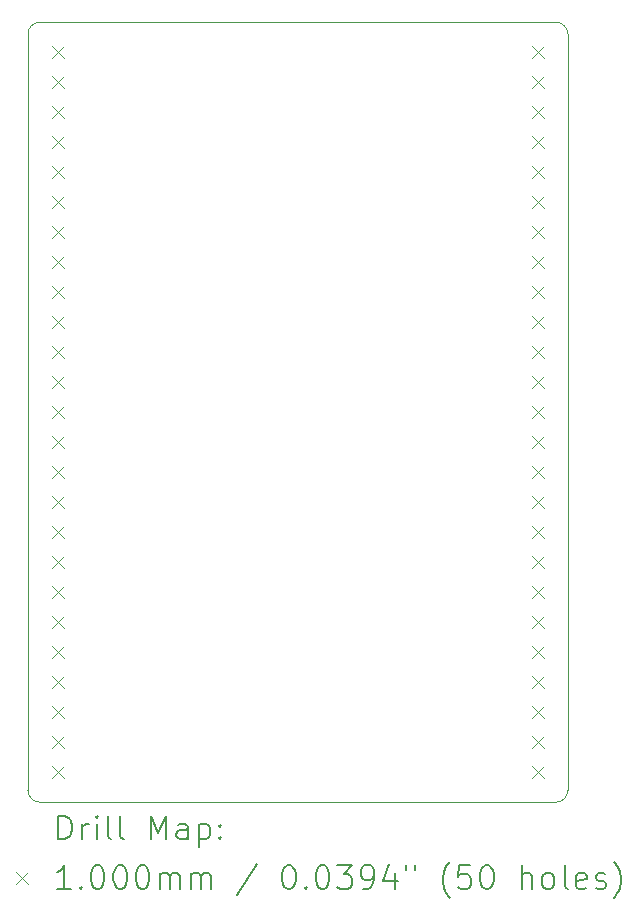
<source format=gbr>
%TF.GenerationSoftware,KiCad,Pcbnew,8.0.1*%
%TF.CreationDate,2024-04-14T04:03:28+09:00*%
%TF.ProjectId,BM83_Breakout,424d3833-5f42-4726-9561-6b6f75742e6b,rev?*%
%TF.SameCoordinates,Original*%
%TF.FileFunction,Drillmap*%
%TF.FilePolarity,Positive*%
%FSLAX45Y45*%
G04 Gerber Fmt 4.5, Leading zero omitted, Abs format (unit mm)*
G04 Created by KiCad (PCBNEW 8.0.1) date 2024-04-14 04:03:28*
%MOMM*%
%LPD*%
G01*
G04 APERTURE LIST*
%ADD10C,0.050000*%
%ADD11C,0.200000*%
%ADD12C,0.100000*%
G04 APERTURE END LIST*
D10*
X6858000Y-12598400D02*
X6858000Y-6197600D01*
X11328400Y-6096000D02*
G75*
G02*
X11430000Y-6197600I0J-101600D01*
G01*
X6959600Y-6096000D02*
X11328400Y-6096000D01*
X11430000Y-12598400D02*
G75*
G02*
X11328400Y-12700000I-101600J0D01*
G01*
X11328400Y-12700000D02*
X6959600Y-12700000D01*
X6959600Y-12700000D02*
G75*
G02*
X6858000Y-12598400I0J101600D01*
G01*
X11430000Y-6197600D02*
X11430000Y-12598400D01*
X6858000Y-6197600D02*
G75*
G02*
X6959600Y-6096000I101600J0D01*
G01*
D11*
D12*
X7062000Y-6300000D02*
X7162000Y-6400000D01*
X7162000Y-6300000D02*
X7062000Y-6400000D01*
X7062000Y-6554000D02*
X7162000Y-6654000D01*
X7162000Y-6554000D02*
X7062000Y-6654000D01*
X7062000Y-6808000D02*
X7162000Y-6908000D01*
X7162000Y-6808000D02*
X7062000Y-6908000D01*
X7062000Y-7062000D02*
X7162000Y-7162000D01*
X7162000Y-7062000D02*
X7062000Y-7162000D01*
X7062000Y-7316000D02*
X7162000Y-7416000D01*
X7162000Y-7316000D02*
X7062000Y-7416000D01*
X7062000Y-7570000D02*
X7162000Y-7670000D01*
X7162000Y-7570000D02*
X7062000Y-7670000D01*
X7062000Y-7824000D02*
X7162000Y-7924000D01*
X7162000Y-7824000D02*
X7062000Y-7924000D01*
X7062000Y-8078000D02*
X7162000Y-8178000D01*
X7162000Y-8078000D02*
X7062000Y-8178000D01*
X7062000Y-8332000D02*
X7162000Y-8432000D01*
X7162000Y-8332000D02*
X7062000Y-8432000D01*
X7062000Y-8586000D02*
X7162000Y-8686000D01*
X7162000Y-8586000D02*
X7062000Y-8686000D01*
X7062000Y-8840000D02*
X7162000Y-8940000D01*
X7162000Y-8840000D02*
X7062000Y-8940000D01*
X7062000Y-9094000D02*
X7162000Y-9194000D01*
X7162000Y-9094000D02*
X7062000Y-9194000D01*
X7062000Y-9348000D02*
X7162000Y-9448000D01*
X7162000Y-9348000D02*
X7062000Y-9448000D01*
X7062000Y-9602000D02*
X7162000Y-9702000D01*
X7162000Y-9602000D02*
X7062000Y-9702000D01*
X7062000Y-9856000D02*
X7162000Y-9956000D01*
X7162000Y-9856000D02*
X7062000Y-9956000D01*
X7062000Y-10110000D02*
X7162000Y-10210000D01*
X7162000Y-10110000D02*
X7062000Y-10210000D01*
X7062000Y-10364000D02*
X7162000Y-10464000D01*
X7162000Y-10364000D02*
X7062000Y-10464000D01*
X7062000Y-10618000D02*
X7162000Y-10718000D01*
X7162000Y-10618000D02*
X7062000Y-10718000D01*
X7062000Y-10872000D02*
X7162000Y-10972000D01*
X7162000Y-10872000D02*
X7062000Y-10972000D01*
X7062000Y-11126000D02*
X7162000Y-11226000D01*
X7162000Y-11126000D02*
X7062000Y-11226000D01*
X7062000Y-11380000D02*
X7162000Y-11480000D01*
X7162000Y-11380000D02*
X7062000Y-11480000D01*
X7062000Y-11634000D02*
X7162000Y-11734000D01*
X7162000Y-11634000D02*
X7062000Y-11734000D01*
X7062000Y-11888000D02*
X7162000Y-11988000D01*
X7162000Y-11888000D02*
X7062000Y-11988000D01*
X7062000Y-12142000D02*
X7162000Y-12242000D01*
X7162000Y-12142000D02*
X7062000Y-12242000D01*
X7062000Y-12396000D02*
X7162000Y-12496000D01*
X7162000Y-12396000D02*
X7062000Y-12496000D01*
X11126000Y-6300000D02*
X11226000Y-6400000D01*
X11226000Y-6300000D02*
X11126000Y-6400000D01*
X11126000Y-6554000D02*
X11226000Y-6654000D01*
X11226000Y-6554000D02*
X11126000Y-6654000D01*
X11126000Y-6808000D02*
X11226000Y-6908000D01*
X11226000Y-6808000D02*
X11126000Y-6908000D01*
X11126000Y-7062000D02*
X11226000Y-7162000D01*
X11226000Y-7062000D02*
X11126000Y-7162000D01*
X11126000Y-7316000D02*
X11226000Y-7416000D01*
X11226000Y-7316000D02*
X11126000Y-7416000D01*
X11126000Y-7570000D02*
X11226000Y-7670000D01*
X11226000Y-7570000D02*
X11126000Y-7670000D01*
X11126000Y-7824000D02*
X11226000Y-7924000D01*
X11226000Y-7824000D02*
X11126000Y-7924000D01*
X11126000Y-8078000D02*
X11226000Y-8178000D01*
X11226000Y-8078000D02*
X11126000Y-8178000D01*
X11126000Y-8332000D02*
X11226000Y-8432000D01*
X11226000Y-8332000D02*
X11126000Y-8432000D01*
X11126000Y-8586000D02*
X11226000Y-8686000D01*
X11226000Y-8586000D02*
X11126000Y-8686000D01*
X11126000Y-8840000D02*
X11226000Y-8940000D01*
X11226000Y-8840000D02*
X11126000Y-8940000D01*
X11126000Y-9094000D02*
X11226000Y-9194000D01*
X11226000Y-9094000D02*
X11126000Y-9194000D01*
X11126000Y-9348000D02*
X11226000Y-9448000D01*
X11226000Y-9348000D02*
X11126000Y-9448000D01*
X11126000Y-9602000D02*
X11226000Y-9702000D01*
X11226000Y-9602000D02*
X11126000Y-9702000D01*
X11126000Y-9856000D02*
X11226000Y-9956000D01*
X11226000Y-9856000D02*
X11126000Y-9956000D01*
X11126000Y-10110000D02*
X11226000Y-10210000D01*
X11226000Y-10110000D02*
X11126000Y-10210000D01*
X11126000Y-10364000D02*
X11226000Y-10464000D01*
X11226000Y-10364000D02*
X11126000Y-10464000D01*
X11126000Y-10618000D02*
X11226000Y-10718000D01*
X11226000Y-10618000D02*
X11126000Y-10718000D01*
X11126000Y-10872000D02*
X11226000Y-10972000D01*
X11226000Y-10872000D02*
X11126000Y-10972000D01*
X11126000Y-11126000D02*
X11226000Y-11226000D01*
X11226000Y-11126000D02*
X11126000Y-11226000D01*
X11126000Y-11380000D02*
X11226000Y-11480000D01*
X11226000Y-11380000D02*
X11126000Y-11480000D01*
X11126000Y-11634000D02*
X11226000Y-11734000D01*
X11226000Y-11634000D02*
X11126000Y-11734000D01*
X11126000Y-11888000D02*
X11226000Y-11988000D01*
X11226000Y-11888000D02*
X11126000Y-11988000D01*
X11126000Y-12142000D02*
X11226000Y-12242000D01*
X11226000Y-12142000D02*
X11126000Y-12242000D01*
X11126000Y-12396000D02*
X11226000Y-12496000D01*
X11226000Y-12396000D02*
X11126000Y-12496000D01*
D11*
X7116277Y-13013984D02*
X7116277Y-12813984D01*
X7116277Y-12813984D02*
X7163896Y-12813984D01*
X7163896Y-12813984D02*
X7192467Y-12823508D01*
X7192467Y-12823508D02*
X7211515Y-12842555D01*
X7211515Y-12842555D02*
X7221039Y-12861603D01*
X7221039Y-12861603D02*
X7230562Y-12899698D01*
X7230562Y-12899698D02*
X7230562Y-12928269D01*
X7230562Y-12928269D02*
X7221039Y-12966365D01*
X7221039Y-12966365D02*
X7211515Y-12985412D01*
X7211515Y-12985412D02*
X7192467Y-13004460D01*
X7192467Y-13004460D02*
X7163896Y-13013984D01*
X7163896Y-13013984D02*
X7116277Y-13013984D01*
X7316277Y-13013984D02*
X7316277Y-12880650D01*
X7316277Y-12918746D02*
X7325801Y-12899698D01*
X7325801Y-12899698D02*
X7335324Y-12890174D01*
X7335324Y-12890174D02*
X7354372Y-12880650D01*
X7354372Y-12880650D02*
X7373420Y-12880650D01*
X7440086Y-13013984D02*
X7440086Y-12880650D01*
X7440086Y-12813984D02*
X7430562Y-12823508D01*
X7430562Y-12823508D02*
X7440086Y-12833031D01*
X7440086Y-12833031D02*
X7449610Y-12823508D01*
X7449610Y-12823508D02*
X7440086Y-12813984D01*
X7440086Y-12813984D02*
X7440086Y-12833031D01*
X7563896Y-13013984D02*
X7544848Y-13004460D01*
X7544848Y-13004460D02*
X7535324Y-12985412D01*
X7535324Y-12985412D02*
X7535324Y-12813984D01*
X7668658Y-13013984D02*
X7649610Y-13004460D01*
X7649610Y-13004460D02*
X7640086Y-12985412D01*
X7640086Y-12985412D02*
X7640086Y-12813984D01*
X7897229Y-13013984D02*
X7897229Y-12813984D01*
X7897229Y-12813984D02*
X7963896Y-12956841D01*
X7963896Y-12956841D02*
X8030562Y-12813984D01*
X8030562Y-12813984D02*
X8030562Y-13013984D01*
X8211515Y-13013984D02*
X8211515Y-12909222D01*
X8211515Y-12909222D02*
X8201991Y-12890174D01*
X8201991Y-12890174D02*
X8182943Y-12880650D01*
X8182943Y-12880650D02*
X8144848Y-12880650D01*
X8144848Y-12880650D02*
X8125801Y-12890174D01*
X8211515Y-13004460D02*
X8192467Y-13013984D01*
X8192467Y-13013984D02*
X8144848Y-13013984D01*
X8144848Y-13013984D02*
X8125801Y-13004460D01*
X8125801Y-13004460D02*
X8116277Y-12985412D01*
X8116277Y-12985412D02*
X8116277Y-12966365D01*
X8116277Y-12966365D02*
X8125801Y-12947317D01*
X8125801Y-12947317D02*
X8144848Y-12937793D01*
X8144848Y-12937793D02*
X8192467Y-12937793D01*
X8192467Y-12937793D02*
X8211515Y-12928269D01*
X8306753Y-12880650D02*
X8306753Y-13080650D01*
X8306753Y-12890174D02*
X8325801Y-12880650D01*
X8325801Y-12880650D02*
X8363896Y-12880650D01*
X8363896Y-12880650D02*
X8382943Y-12890174D01*
X8382943Y-12890174D02*
X8392467Y-12899698D01*
X8392467Y-12899698D02*
X8401991Y-12918746D01*
X8401991Y-12918746D02*
X8401991Y-12975888D01*
X8401991Y-12975888D02*
X8392467Y-12994936D01*
X8392467Y-12994936D02*
X8382943Y-13004460D01*
X8382943Y-13004460D02*
X8363896Y-13013984D01*
X8363896Y-13013984D02*
X8325801Y-13013984D01*
X8325801Y-13013984D02*
X8306753Y-13004460D01*
X8487705Y-12994936D02*
X8497229Y-13004460D01*
X8497229Y-13004460D02*
X8487705Y-13013984D01*
X8487705Y-13013984D02*
X8478182Y-13004460D01*
X8478182Y-13004460D02*
X8487705Y-12994936D01*
X8487705Y-12994936D02*
X8487705Y-13013984D01*
X8487705Y-12890174D02*
X8497229Y-12899698D01*
X8497229Y-12899698D02*
X8487705Y-12909222D01*
X8487705Y-12909222D02*
X8478182Y-12899698D01*
X8478182Y-12899698D02*
X8487705Y-12890174D01*
X8487705Y-12890174D02*
X8487705Y-12909222D01*
D12*
X6755500Y-13292500D02*
X6855500Y-13392500D01*
X6855500Y-13292500D02*
X6755500Y-13392500D01*
D11*
X7221039Y-13433984D02*
X7106753Y-13433984D01*
X7163896Y-13433984D02*
X7163896Y-13233984D01*
X7163896Y-13233984D02*
X7144848Y-13262555D01*
X7144848Y-13262555D02*
X7125801Y-13281603D01*
X7125801Y-13281603D02*
X7106753Y-13291127D01*
X7306753Y-13414936D02*
X7316277Y-13424460D01*
X7316277Y-13424460D02*
X7306753Y-13433984D01*
X7306753Y-13433984D02*
X7297229Y-13424460D01*
X7297229Y-13424460D02*
X7306753Y-13414936D01*
X7306753Y-13414936D02*
X7306753Y-13433984D01*
X7440086Y-13233984D02*
X7459134Y-13233984D01*
X7459134Y-13233984D02*
X7478182Y-13243508D01*
X7478182Y-13243508D02*
X7487705Y-13253031D01*
X7487705Y-13253031D02*
X7497229Y-13272079D01*
X7497229Y-13272079D02*
X7506753Y-13310174D01*
X7506753Y-13310174D02*
X7506753Y-13357793D01*
X7506753Y-13357793D02*
X7497229Y-13395888D01*
X7497229Y-13395888D02*
X7487705Y-13414936D01*
X7487705Y-13414936D02*
X7478182Y-13424460D01*
X7478182Y-13424460D02*
X7459134Y-13433984D01*
X7459134Y-13433984D02*
X7440086Y-13433984D01*
X7440086Y-13433984D02*
X7421039Y-13424460D01*
X7421039Y-13424460D02*
X7411515Y-13414936D01*
X7411515Y-13414936D02*
X7401991Y-13395888D01*
X7401991Y-13395888D02*
X7392467Y-13357793D01*
X7392467Y-13357793D02*
X7392467Y-13310174D01*
X7392467Y-13310174D02*
X7401991Y-13272079D01*
X7401991Y-13272079D02*
X7411515Y-13253031D01*
X7411515Y-13253031D02*
X7421039Y-13243508D01*
X7421039Y-13243508D02*
X7440086Y-13233984D01*
X7630562Y-13233984D02*
X7649610Y-13233984D01*
X7649610Y-13233984D02*
X7668658Y-13243508D01*
X7668658Y-13243508D02*
X7678182Y-13253031D01*
X7678182Y-13253031D02*
X7687705Y-13272079D01*
X7687705Y-13272079D02*
X7697229Y-13310174D01*
X7697229Y-13310174D02*
X7697229Y-13357793D01*
X7697229Y-13357793D02*
X7687705Y-13395888D01*
X7687705Y-13395888D02*
X7678182Y-13414936D01*
X7678182Y-13414936D02*
X7668658Y-13424460D01*
X7668658Y-13424460D02*
X7649610Y-13433984D01*
X7649610Y-13433984D02*
X7630562Y-13433984D01*
X7630562Y-13433984D02*
X7611515Y-13424460D01*
X7611515Y-13424460D02*
X7601991Y-13414936D01*
X7601991Y-13414936D02*
X7592467Y-13395888D01*
X7592467Y-13395888D02*
X7582943Y-13357793D01*
X7582943Y-13357793D02*
X7582943Y-13310174D01*
X7582943Y-13310174D02*
X7592467Y-13272079D01*
X7592467Y-13272079D02*
X7601991Y-13253031D01*
X7601991Y-13253031D02*
X7611515Y-13243508D01*
X7611515Y-13243508D02*
X7630562Y-13233984D01*
X7821039Y-13233984D02*
X7840086Y-13233984D01*
X7840086Y-13233984D02*
X7859134Y-13243508D01*
X7859134Y-13243508D02*
X7868658Y-13253031D01*
X7868658Y-13253031D02*
X7878182Y-13272079D01*
X7878182Y-13272079D02*
X7887705Y-13310174D01*
X7887705Y-13310174D02*
X7887705Y-13357793D01*
X7887705Y-13357793D02*
X7878182Y-13395888D01*
X7878182Y-13395888D02*
X7868658Y-13414936D01*
X7868658Y-13414936D02*
X7859134Y-13424460D01*
X7859134Y-13424460D02*
X7840086Y-13433984D01*
X7840086Y-13433984D02*
X7821039Y-13433984D01*
X7821039Y-13433984D02*
X7801991Y-13424460D01*
X7801991Y-13424460D02*
X7792467Y-13414936D01*
X7792467Y-13414936D02*
X7782943Y-13395888D01*
X7782943Y-13395888D02*
X7773420Y-13357793D01*
X7773420Y-13357793D02*
X7773420Y-13310174D01*
X7773420Y-13310174D02*
X7782943Y-13272079D01*
X7782943Y-13272079D02*
X7792467Y-13253031D01*
X7792467Y-13253031D02*
X7801991Y-13243508D01*
X7801991Y-13243508D02*
X7821039Y-13233984D01*
X7973420Y-13433984D02*
X7973420Y-13300650D01*
X7973420Y-13319698D02*
X7982943Y-13310174D01*
X7982943Y-13310174D02*
X8001991Y-13300650D01*
X8001991Y-13300650D02*
X8030563Y-13300650D01*
X8030563Y-13300650D02*
X8049610Y-13310174D01*
X8049610Y-13310174D02*
X8059134Y-13329222D01*
X8059134Y-13329222D02*
X8059134Y-13433984D01*
X8059134Y-13329222D02*
X8068658Y-13310174D01*
X8068658Y-13310174D02*
X8087705Y-13300650D01*
X8087705Y-13300650D02*
X8116277Y-13300650D01*
X8116277Y-13300650D02*
X8135324Y-13310174D01*
X8135324Y-13310174D02*
X8144848Y-13329222D01*
X8144848Y-13329222D02*
X8144848Y-13433984D01*
X8240086Y-13433984D02*
X8240086Y-13300650D01*
X8240086Y-13319698D02*
X8249610Y-13310174D01*
X8249610Y-13310174D02*
X8268658Y-13300650D01*
X8268658Y-13300650D02*
X8297229Y-13300650D01*
X8297229Y-13300650D02*
X8316277Y-13310174D01*
X8316277Y-13310174D02*
X8325801Y-13329222D01*
X8325801Y-13329222D02*
X8325801Y-13433984D01*
X8325801Y-13329222D02*
X8335324Y-13310174D01*
X8335324Y-13310174D02*
X8354372Y-13300650D01*
X8354372Y-13300650D02*
X8382943Y-13300650D01*
X8382943Y-13300650D02*
X8401991Y-13310174D01*
X8401991Y-13310174D02*
X8411515Y-13329222D01*
X8411515Y-13329222D02*
X8411515Y-13433984D01*
X8801991Y-13224460D02*
X8630563Y-13481603D01*
X9059134Y-13233984D02*
X9078182Y-13233984D01*
X9078182Y-13233984D02*
X9097229Y-13243508D01*
X9097229Y-13243508D02*
X9106753Y-13253031D01*
X9106753Y-13253031D02*
X9116277Y-13272079D01*
X9116277Y-13272079D02*
X9125801Y-13310174D01*
X9125801Y-13310174D02*
X9125801Y-13357793D01*
X9125801Y-13357793D02*
X9116277Y-13395888D01*
X9116277Y-13395888D02*
X9106753Y-13414936D01*
X9106753Y-13414936D02*
X9097229Y-13424460D01*
X9097229Y-13424460D02*
X9078182Y-13433984D01*
X9078182Y-13433984D02*
X9059134Y-13433984D01*
X9059134Y-13433984D02*
X9040087Y-13424460D01*
X9040087Y-13424460D02*
X9030563Y-13414936D01*
X9030563Y-13414936D02*
X9021039Y-13395888D01*
X9021039Y-13395888D02*
X9011515Y-13357793D01*
X9011515Y-13357793D02*
X9011515Y-13310174D01*
X9011515Y-13310174D02*
X9021039Y-13272079D01*
X9021039Y-13272079D02*
X9030563Y-13253031D01*
X9030563Y-13253031D02*
X9040087Y-13243508D01*
X9040087Y-13243508D02*
X9059134Y-13233984D01*
X9211515Y-13414936D02*
X9221039Y-13424460D01*
X9221039Y-13424460D02*
X9211515Y-13433984D01*
X9211515Y-13433984D02*
X9201991Y-13424460D01*
X9201991Y-13424460D02*
X9211515Y-13414936D01*
X9211515Y-13414936D02*
X9211515Y-13433984D01*
X9344848Y-13233984D02*
X9363896Y-13233984D01*
X9363896Y-13233984D02*
X9382944Y-13243508D01*
X9382944Y-13243508D02*
X9392468Y-13253031D01*
X9392468Y-13253031D02*
X9401991Y-13272079D01*
X9401991Y-13272079D02*
X9411515Y-13310174D01*
X9411515Y-13310174D02*
X9411515Y-13357793D01*
X9411515Y-13357793D02*
X9401991Y-13395888D01*
X9401991Y-13395888D02*
X9392468Y-13414936D01*
X9392468Y-13414936D02*
X9382944Y-13424460D01*
X9382944Y-13424460D02*
X9363896Y-13433984D01*
X9363896Y-13433984D02*
X9344848Y-13433984D01*
X9344848Y-13433984D02*
X9325801Y-13424460D01*
X9325801Y-13424460D02*
X9316277Y-13414936D01*
X9316277Y-13414936D02*
X9306753Y-13395888D01*
X9306753Y-13395888D02*
X9297229Y-13357793D01*
X9297229Y-13357793D02*
X9297229Y-13310174D01*
X9297229Y-13310174D02*
X9306753Y-13272079D01*
X9306753Y-13272079D02*
X9316277Y-13253031D01*
X9316277Y-13253031D02*
X9325801Y-13243508D01*
X9325801Y-13243508D02*
X9344848Y-13233984D01*
X9478182Y-13233984D02*
X9601991Y-13233984D01*
X9601991Y-13233984D02*
X9535325Y-13310174D01*
X9535325Y-13310174D02*
X9563896Y-13310174D01*
X9563896Y-13310174D02*
X9582944Y-13319698D01*
X9582944Y-13319698D02*
X9592468Y-13329222D01*
X9592468Y-13329222D02*
X9601991Y-13348269D01*
X9601991Y-13348269D02*
X9601991Y-13395888D01*
X9601991Y-13395888D02*
X9592468Y-13414936D01*
X9592468Y-13414936D02*
X9582944Y-13424460D01*
X9582944Y-13424460D02*
X9563896Y-13433984D01*
X9563896Y-13433984D02*
X9506753Y-13433984D01*
X9506753Y-13433984D02*
X9487706Y-13424460D01*
X9487706Y-13424460D02*
X9478182Y-13414936D01*
X9697229Y-13433984D02*
X9735325Y-13433984D01*
X9735325Y-13433984D02*
X9754372Y-13424460D01*
X9754372Y-13424460D02*
X9763896Y-13414936D01*
X9763896Y-13414936D02*
X9782944Y-13386365D01*
X9782944Y-13386365D02*
X9792468Y-13348269D01*
X9792468Y-13348269D02*
X9792468Y-13272079D01*
X9792468Y-13272079D02*
X9782944Y-13253031D01*
X9782944Y-13253031D02*
X9773420Y-13243508D01*
X9773420Y-13243508D02*
X9754372Y-13233984D01*
X9754372Y-13233984D02*
X9716277Y-13233984D01*
X9716277Y-13233984D02*
X9697229Y-13243508D01*
X9697229Y-13243508D02*
X9687706Y-13253031D01*
X9687706Y-13253031D02*
X9678182Y-13272079D01*
X9678182Y-13272079D02*
X9678182Y-13319698D01*
X9678182Y-13319698D02*
X9687706Y-13338746D01*
X9687706Y-13338746D02*
X9697229Y-13348269D01*
X9697229Y-13348269D02*
X9716277Y-13357793D01*
X9716277Y-13357793D02*
X9754372Y-13357793D01*
X9754372Y-13357793D02*
X9773420Y-13348269D01*
X9773420Y-13348269D02*
X9782944Y-13338746D01*
X9782944Y-13338746D02*
X9792468Y-13319698D01*
X9963896Y-13300650D02*
X9963896Y-13433984D01*
X9916277Y-13224460D02*
X9868658Y-13367317D01*
X9868658Y-13367317D02*
X9992468Y-13367317D01*
X10059134Y-13233984D02*
X10059134Y-13272079D01*
X10135325Y-13233984D02*
X10135325Y-13272079D01*
X10430563Y-13510174D02*
X10421039Y-13500650D01*
X10421039Y-13500650D02*
X10401991Y-13472079D01*
X10401991Y-13472079D02*
X10392468Y-13453031D01*
X10392468Y-13453031D02*
X10382944Y-13424460D01*
X10382944Y-13424460D02*
X10373420Y-13376841D01*
X10373420Y-13376841D02*
X10373420Y-13338746D01*
X10373420Y-13338746D02*
X10382944Y-13291127D01*
X10382944Y-13291127D02*
X10392468Y-13262555D01*
X10392468Y-13262555D02*
X10401991Y-13243508D01*
X10401991Y-13243508D02*
X10421039Y-13214936D01*
X10421039Y-13214936D02*
X10430563Y-13205412D01*
X10601991Y-13233984D02*
X10506753Y-13233984D01*
X10506753Y-13233984D02*
X10497230Y-13329222D01*
X10497230Y-13329222D02*
X10506753Y-13319698D01*
X10506753Y-13319698D02*
X10525801Y-13310174D01*
X10525801Y-13310174D02*
X10573420Y-13310174D01*
X10573420Y-13310174D02*
X10592468Y-13319698D01*
X10592468Y-13319698D02*
X10601991Y-13329222D01*
X10601991Y-13329222D02*
X10611515Y-13348269D01*
X10611515Y-13348269D02*
X10611515Y-13395888D01*
X10611515Y-13395888D02*
X10601991Y-13414936D01*
X10601991Y-13414936D02*
X10592468Y-13424460D01*
X10592468Y-13424460D02*
X10573420Y-13433984D01*
X10573420Y-13433984D02*
X10525801Y-13433984D01*
X10525801Y-13433984D02*
X10506753Y-13424460D01*
X10506753Y-13424460D02*
X10497230Y-13414936D01*
X10735325Y-13233984D02*
X10754372Y-13233984D01*
X10754372Y-13233984D02*
X10773420Y-13243508D01*
X10773420Y-13243508D02*
X10782944Y-13253031D01*
X10782944Y-13253031D02*
X10792468Y-13272079D01*
X10792468Y-13272079D02*
X10801991Y-13310174D01*
X10801991Y-13310174D02*
X10801991Y-13357793D01*
X10801991Y-13357793D02*
X10792468Y-13395888D01*
X10792468Y-13395888D02*
X10782944Y-13414936D01*
X10782944Y-13414936D02*
X10773420Y-13424460D01*
X10773420Y-13424460D02*
X10754372Y-13433984D01*
X10754372Y-13433984D02*
X10735325Y-13433984D01*
X10735325Y-13433984D02*
X10716277Y-13424460D01*
X10716277Y-13424460D02*
X10706753Y-13414936D01*
X10706753Y-13414936D02*
X10697230Y-13395888D01*
X10697230Y-13395888D02*
X10687706Y-13357793D01*
X10687706Y-13357793D02*
X10687706Y-13310174D01*
X10687706Y-13310174D02*
X10697230Y-13272079D01*
X10697230Y-13272079D02*
X10706753Y-13253031D01*
X10706753Y-13253031D02*
X10716277Y-13243508D01*
X10716277Y-13243508D02*
X10735325Y-13233984D01*
X11040087Y-13433984D02*
X11040087Y-13233984D01*
X11125801Y-13433984D02*
X11125801Y-13329222D01*
X11125801Y-13329222D02*
X11116277Y-13310174D01*
X11116277Y-13310174D02*
X11097230Y-13300650D01*
X11097230Y-13300650D02*
X11068658Y-13300650D01*
X11068658Y-13300650D02*
X11049611Y-13310174D01*
X11049611Y-13310174D02*
X11040087Y-13319698D01*
X11249610Y-13433984D02*
X11230563Y-13424460D01*
X11230563Y-13424460D02*
X11221039Y-13414936D01*
X11221039Y-13414936D02*
X11211515Y-13395888D01*
X11211515Y-13395888D02*
X11211515Y-13338746D01*
X11211515Y-13338746D02*
X11221039Y-13319698D01*
X11221039Y-13319698D02*
X11230563Y-13310174D01*
X11230563Y-13310174D02*
X11249610Y-13300650D01*
X11249610Y-13300650D02*
X11278182Y-13300650D01*
X11278182Y-13300650D02*
X11297230Y-13310174D01*
X11297230Y-13310174D02*
X11306753Y-13319698D01*
X11306753Y-13319698D02*
X11316277Y-13338746D01*
X11316277Y-13338746D02*
X11316277Y-13395888D01*
X11316277Y-13395888D02*
X11306753Y-13414936D01*
X11306753Y-13414936D02*
X11297230Y-13424460D01*
X11297230Y-13424460D02*
X11278182Y-13433984D01*
X11278182Y-13433984D02*
X11249610Y-13433984D01*
X11430563Y-13433984D02*
X11411515Y-13424460D01*
X11411515Y-13424460D02*
X11401991Y-13405412D01*
X11401991Y-13405412D02*
X11401991Y-13233984D01*
X11582944Y-13424460D02*
X11563896Y-13433984D01*
X11563896Y-13433984D02*
X11525801Y-13433984D01*
X11525801Y-13433984D02*
X11506753Y-13424460D01*
X11506753Y-13424460D02*
X11497230Y-13405412D01*
X11497230Y-13405412D02*
X11497230Y-13329222D01*
X11497230Y-13329222D02*
X11506753Y-13310174D01*
X11506753Y-13310174D02*
X11525801Y-13300650D01*
X11525801Y-13300650D02*
X11563896Y-13300650D01*
X11563896Y-13300650D02*
X11582944Y-13310174D01*
X11582944Y-13310174D02*
X11592468Y-13329222D01*
X11592468Y-13329222D02*
X11592468Y-13348269D01*
X11592468Y-13348269D02*
X11497230Y-13367317D01*
X11668658Y-13424460D02*
X11687706Y-13433984D01*
X11687706Y-13433984D02*
X11725801Y-13433984D01*
X11725801Y-13433984D02*
X11744849Y-13424460D01*
X11744849Y-13424460D02*
X11754372Y-13405412D01*
X11754372Y-13405412D02*
X11754372Y-13395888D01*
X11754372Y-13395888D02*
X11744849Y-13376841D01*
X11744849Y-13376841D02*
X11725801Y-13367317D01*
X11725801Y-13367317D02*
X11697230Y-13367317D01*
X11697230Y-13367317D02*
X11678182Y-13357793D01*
X11678182Y-13357793D02*
X11668658Y-13338746D01*
X11668658Y-13338746D02*
X11668658Y-13329222D01*
X11668658Y-13329222D02*
X11678182Y-13310174D01*
X11678182Y-13310174D02*
X11697230Y-13300650D01*
X11697230Y-13300650D02*
X11725801Y-13300650D01*
X11725801Y-13300650D02*
X11744849Y-13310174D01*
X11821039Y-13510174D02*
X11830563Y-13500650D01*
X11830563Y-13500650D02*
X11849611Y-13472079D01*
X11849611Y-13472079D02*
X11859134Y-13453031D01*
X11859134Y-13453031D02*
X11868658Y-13424460D01*
X11868658Y-13424460D02*
X11878182Y-13376841D01*
X11878182Y-13376841D02*
X11878182Y-13338746D01*
X11878182Y-13338746D02*
X11868658Y-13291127D01*
X11868658Y-13291127D02*
X11859134Y-13262555D01*
X11859134Y-13262555D02*
X11849611Y-13243508D01*
X11849611Y-13243508D02*
X11830563Y-13214936D01*
X11830563Y-13214936D02*
X11821039Y-13205412D01*
M02*

</source>
